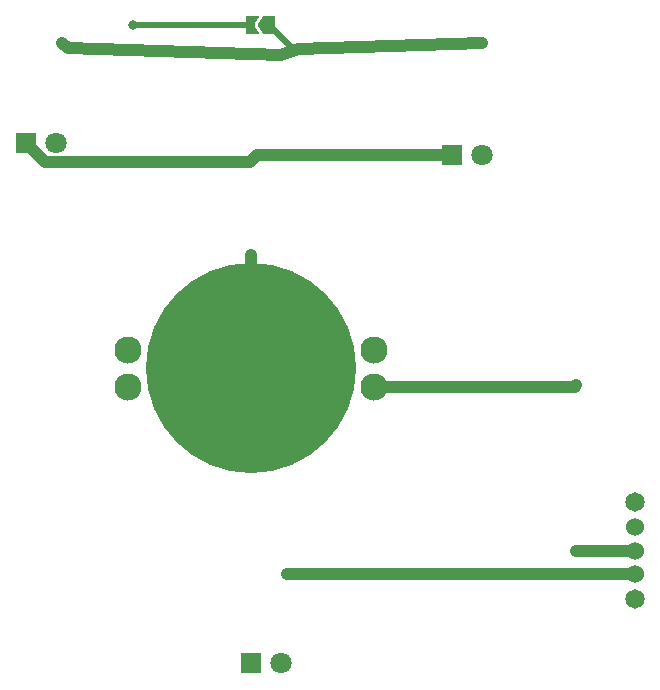
<source format=gbl>
%TF.GenerationSoftware,KiCad,Pcbnew,7.0.2*%
%TF.CreationDate,2023-06-01T22:40:15-04:00*%
%TF.ProjectId,sectr-soldering-kit,73656374-722d-4736-9f6c-646572696e67,rev?*%
%TF.SameCoordinates,Original*%
%TF.FileFunction,Copper,L2,Bot*%
%TF.FilePolarity,Positive*%
%FSLAX46Y46*%
G04 Gerber Fmt 4.6, Leading zero omitted, Abs format (unit mm)*
G04 Created by KiCad (PCBNEW 7.0.2) date 2023-06-01 22:40:15*
%MOMM*%
%LPD*%
G01*
G04 APERTURE LIST*
G04 Aperture macros list*
%AMFreePoly0*
4,1,6,1.000000,0.000000,0.500000,-0.750000,-0.500000,-0.750000,-0.500000,0.750000,0.500000,0.750000,1.000000,0.000000,1.000000,0.000000,$1*%
%AMFreePoly1*
4,1,6,0.500000,-0.750000,-0.650000,-0.750000,-0.150000,0.000000,-0.650000,0.750000,0.500000,0.750000,0.500000,-0.750000,0.500000,-0.750000,$1*%
G04 Aperture macros list end*
%TA.AperFunction,ComponentPad*%
%ADD10C,1.650000*%
%TD*%
%TA.AperFunction,ComponentPad*%
%ADD11C,1.524000*%
%TD*%
%TA.AperFunction,SMDPad,CuDef*%
%ADD12C,17.800000*%
%TD*%
%TA.AperFunction,ComponentPad*%
%ADD13C,2.300000*%
%TD*%
%TA.AperFunction,SMDPad,CuDef*%
%ADD14FreePoly0,180.000000*%
%TD*%
%TA.AperFunction,SMDPad,CuDef*%
%ADD15FreePoly1,180.000000*%
%TD*%
%TA.AperFunction,ComponentPad*%
%ADD16R,1.800000X1.800000*%
%TD*%
%TA.AperFunction,ComponentPad*%
%ADD17C,1.800000*%
%TD*%
%TA.AperFunction,ViaPad*%
%ADD18C,0.800000*%
%TD*%
%TA.AperFunction,Conductor*%
%ADD19C,1.000000*%
%TD*%
%TA.AperFunction,Conductor*%
%ADD20C,0.500000*%
%TD*%
G04 APERTURE END LIST*
D10*
%TO.P,U1,1*%
%TO.N,unconnected-(U1-Pad1)*%
X177000000Y-90100000D03*
X177000000Y-81900000D03*
D11*
%TO.P,U1,2*%
%TO.N,Net-(D1-A)*%
X177000000Y-88000000D03*
%TO.P,U1,3*%
%TO.N,Net-(JP1-B)*%
X177000000Y-86000000D03*
%TO.P,U1,4*%
%TO.N,unconnected-(U1-Pad4)*%
X177000000Y-84000000D03*
%TD*%
D12*
%TO.P,BT2,N*%
%TO.N,Net-(D1-K)*%
X144500000Y-70500000D03*
D13*
%TO.P,BT2,P1*%
%TO.N,Net-(JP1-B)*%
X154900000Y-69000000D03*
%TO.P,BT2,P2*%
X154900000Y-72100000D03*
%TO.P,BT2,P3*%
X134100000Y-72100000D03*
%TO.P,BT2,P4*%
X134100000Y-69000000D03*
%TD*%
D14*
%TO.P,JP1,1,A*%
%TO.N,Net-(D1-A)*%
X146000000Y-41500000D03*
D15*
%TO.P,JP1,2,B*%
%TO.N,Net-(JP1-B)*%
X144550000Y-41500000D03*
%TD*%
D16*
%TO.P,D2,1,K*%
%TO.N,Net-(D1-K)*%
X161460000Y-52500000D03*
D17*
%TO.P,D2,2,A*%
%TO.N,Net-(D1-A)*%
X164000000Y-52500000D03*
%TD*%
D16*
%TO.P,D3,1,K*%
%TO.N,Net-(D1-K)*%
X144500000Y-95500000D03*
D17*
%TO.P,D3,2,A*%
%TO.N,Net-(D1-A)*%
X147040000Y-95500000D03*
%TD*%
D16*
%TO.P,D1,1,K*%
%TO.N,Net-(D1-K)*%
X125460000Y-51500000D03*
D17*
%TO.P,D1,2,A*%
%TO.N,Net-(D1-A)*%
X128000000Y-51500000D03*
%TD*%
D18*
%TO.N,Net-(D1-K)*%
X144500000Y-70500000D03*
X144500000Y-61000000D03*
X145000000Y-52500000D03*
%TO.N,Net-(D1-A)*%
X164500000Y-88000000D03*
X164000000Y-43000000D03*
X128500000Y-43000000D03*
X147500000Y-88000000D03*
%TO.N,Net-(JP1-B)*%
X134500000Y-41500000D03*
X172000000Y-72000000D03*
X172000000Y-86000000D03*
%TD*%
D19*
%TO.N,Net-(D1-K)*%
X145000000Y-52500000D02*
X161460000Y-52500000D01*
X144400000Y-53100000D02*
X127060000Y-53100000D01*
X145000000Y-52500000D02*
X144400000Y-53100000D01*
X144500000Y-70500000D02*
X144500000Y-61000000D01*
X127060000Y-53100000D02*
X125460000Y-51500000D01*
%TO.N,Net-(D1-A)*%
X154500000Y-88000000D02*
X147500000Y-88000000D01*
X148500000Y-43500000D02*
X164000000Y-43000000D01*
X147000000Y-44000000D02*
X148500000Y-43500000D01*
X128950000Y-43450000D02*
X147000000Y-44000000D01*
D20*
X146000000Y-41500000D02*
X148000000Y-43500000D01*
D19*
X128500000Y-43000000D02*
X128950000Y-43450000D01*
X177000000Y-88000000D02*
X164500000Y-88000000D01*
D20*
X148000000Y-43500000D02*
X148500000Y-43500000D01*
D19*
X164500000Y-88000000D02*
X154500000Y-88000000D01*
%TO.N,Net-(JP1-B)*%
X171900000Y-72100000D02*
X172000000Y-72000000D01*
X154900000Y-72100000D02*
X171900000Y-72100000D01*
D20*
X144550000Y-41500000D02*
X134500000Y-41500000D01*
D19*
X172000000Y-86000000D02*
X177000000Y-86000000D01*
%TD*%
M02*

</source>
